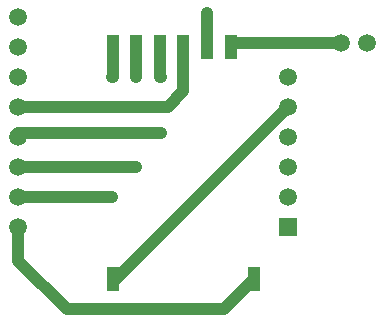
<source format=gbr>
G04 DipTrace 3.0.0.2*
G04 Top.gbr*
%MOIN*%
G04 #@! TF.FileFunction,Copper,L1,Top*
G04 #@! TF.Part,Single*
G04 #@! TA.AperFunction,Conductor*
%ADD13C,0.03937*%
%ADD14C,0.012992*%
G04 #@! TA.AperFunction,ComponentPad*
%ADD16C,0.059055*%
%ADD18R,0.03937X0.07874*%
G04 #@! TA.AperFunction,ComponentPad*
%ADD19R,0.059055X0.059055*%
%ADD20C,0.059055*%
G04 #@! TA.AperFunction,ViaPad*
%ADD21C,0.04*%
%FSLAX26Y26*%
G04*
G70*
G90*
G75*
G01*
G04 Top*
%LPD*%
X1089673Y1325992D2*
D13*
Y1393913D1*
Y1437659D1*
X1090995D1*
Y1393913D2*
X1089673D1*
X1247264Y550197D2*
X1147264Y450197D1*
X622264D1*
X459764Y612697D1*
Y725197D1*
X1359764Y1125197D2*
X784764Y550197D1*
X774823D1*
X459764Y825197D2*
X772264D1*
D14*
D3*
Y1225197D2*
D13*
X774823D1*
Y1325787D1*
X853514Y925197D2*
X459764D1*
X853514Y1225197D2*
X853563D1*
Y1325787D1*
X934764Y1037697D2*
X459764D1*
Y1025197D1*
X934764Y1225197D2*
X932303D1*
Y1325787D1*
X459764Y1125197D2*
X959764D1*
X1011043Y1176476D1*
Y1325787D1*
X1534764Y1337697D2*
X1168673D1*
Y1325992D1*
D21*
X772264Y825197D3*
Y1225197D3*
X853514D3*
X934764D3*
X853514Y925197D3*
X934764Y1037697D3*
X1090995Y1437659D3*
Y1393913D3*
D16*
X459764Y725197D3*
Y825197D3*
Y925197D3*
Y1025197D3*
Y1125197D3*
Y1225197D3*
Y1325197D3*
Y1425197D3*
D18*
X1247264Y550197D3*
X1089673Y1325992D3*
X1168673D3*
X774823Y550197D3*
X1011043Y1325787D3*
X932303D3*
X853563D3*
X774823D3*
D19*
X1359764Y725197D3*
D16*
Y825197D3*
Y925197D3*
Y1025197D3*
Y1125197D3*
Y1225197D3*
D20*
X1534764Y1337697D3*
X1622264D3*
M02*

</source>
